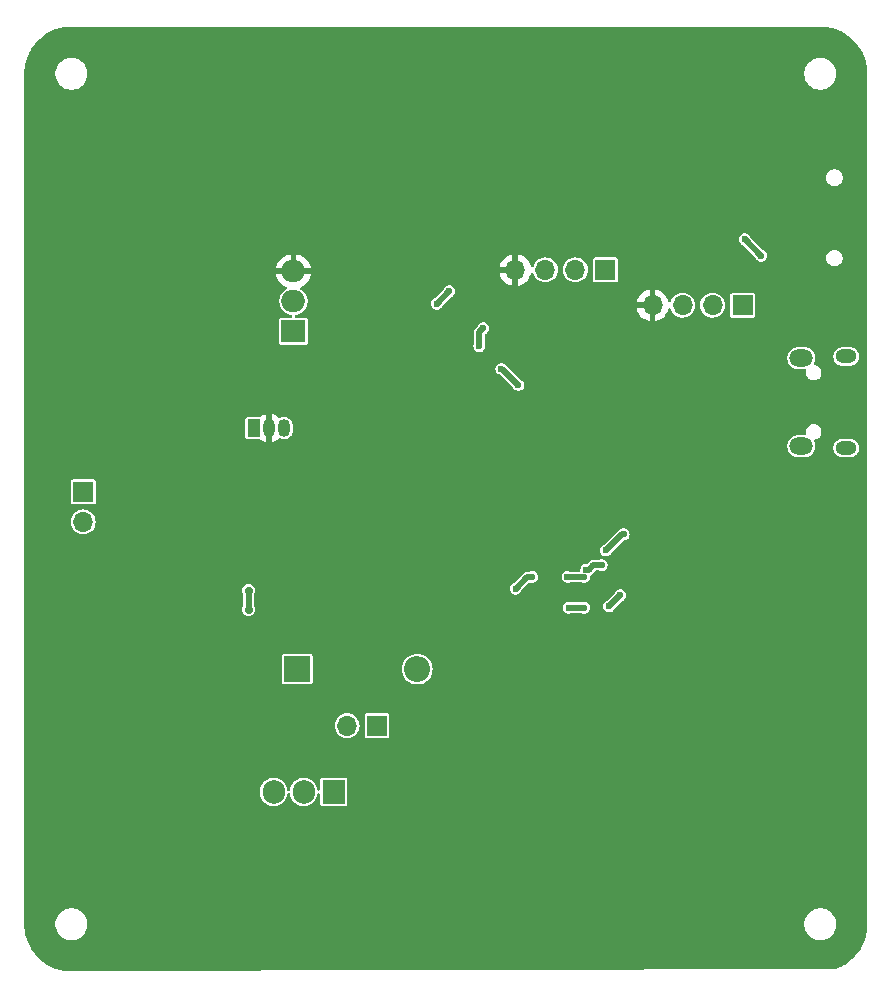
<source format=gbr>
%TF.GenerationSoftware,KiCad,Pcbnew,8.0.8*%
%TF.CreationDate,2025-03-25T11:50:14+11:00*%
%TF.ProjectId,STM32BMS,53544d33-3242-44d5-932e-6b696361645f,rev?*%
%TF.SameCoordinates,Original*%
%TF.FileFunction,Copper,L2,Bot*%
%TF.FilePolarity,Positive*%
%FSLAX46Y46*%
G04 Gerber Fmt 4.6, Leading zero omitted, Abs format (unit mm)*
G04 Created by KiCad (PCBNEW 8.0.8) date 2025-03-25 11:50:14*
%MOMM*%
%LPD*%
G01*
G04 APERTURE LIST*
%TA.AperFunction,ComponentPad*%
%ADD10R,1.700000X1.700000*%
%TD*%
%TA.AperFunction,ComponentPad*%
%ADD11O,1.700000X1.700000*%
%TD*%
%TA.AperFunction,ComponentPad*%
%ADD12R,2.200000X2.200000*%
%TD*%
%TA.AperFunction,ComponentPad*%
%ADD13O,2.200000X2.200000*%
%TD*%
%TA.AperFunction,ComponentPad*%
%ADD14R,1.050000X1.500000*%
%TD*%
%TA.AperFunction,ComponentPad*%
%ADD15O,1.050000X1.500000*%
%TD*%
%TA.AperFunction,HeatsinkPad*%
%ADD16O,1.800000X1.150000*%
%TD*%
%TA.AperFunction,HeatsinkPad*%
%ADD17O,2.000000X1.450000*%
%TD*%
%TA.AperFunction,ComponentPad*%
%ADD18R,1.905000X2.000000*%
%TD*%
%TA.AperFunction,ComponentPad*%
%ADD19O,1.905000X2.000000*%
%TD*%
%TA.AperFunction,ComponentPad*%
%ADD20R,2.000000X1.905000*%
%TD*%
%TA.AperFunction,ComponentPad*%
%ADD21O,2.000000X1.905000*%
%TD*%
%TA.AperFunction,ViaPad*%
%ADD22C,0.600000*%
%TD*%
%TA.AperFunction,ViaPad*%
%ADD23C,0.700000*%
%TD*%
%TA.AperFunction,Conductor*%
%ADD24C,0.500000*%
%TD*%
G04 APERTURE END LIST*
D10*
%TO.P,BT1,1,1*%
%TO.N,Net-(Q1-D)*%
X94800000Y-111200000D03*
D11*
%TO.P,BT1,2,2*%
%TO.N,Net-(BT1-Pad2)*%
X94800000Y-113740000D03*
%TD*%
D12*
%TO.P,D2,1,K*%
%TO.N,Net-(D2-K)*%
X112920000Y-126200000D03*
D13*
%TO.P,D2,2,A*%
%TO.N,VBUS*%
X123080000Y-126200000D03*
%TD*%
D14*
%TO.P,U4,1,VCC*%
%TO.N,+3.3V*%
X109260000Y-105800000D03*
D15*
%TO.P,U4,2,GND*%
%TO.N,GND*%
X110530000Y-105800000D03*
%TO.P,U4,3,OUT*%
%TO.N,Net-(U4-OUT)*%
X111800000Y-105800000D03*
%TD*%
D16*
%TO.P,J1,6,Shield*%
%TO.N,unconnected-(J1-Shield-Pad6)_1*%
X159395000Y-107480000D03*
D17*
%TO.N,unconnected-(J1-Shield-Pad6)_3*%
X155595000Y-107330000D03*
%TO.N,unconnected-(J1-Shield-Pad6)_2*%
X155595000Y-99880000D03*
D16*
%TO.N,unconnected-(J1-Shield-Pad6)*%
X159395000Y-99730000D03*
%TD*%
D18*
%TO.P,Q3,1,G*%
%TO.N,Net-(Q3-G)*%
X116000000Y-136600000D03*
D19*
%TO.P,Q3,2,D*%
%TO.N,Net-(J4-Pin_2)*%
X113460000Y-136600000D03*
%TO.P,Q3,3,S*%
%TO.N,Net-(Q1-D)*%
X110920000Y-136600000D03*
%TD*%
D20*
%TO.P,Q1,1,G*%
%TO.N,Net-(Q1-G)*%
X112600000Y-97600000D03*
D21*
%TO.P,Q1,2,D*%
%TO.N,Net-(Q1-D)*%
X112600000Y-95060000D03*
%TO.P,Q1,3,S*%
%TO.N,GND*%
X112600000Y-92520000D03*
%TD*%
D10*
%TO.P,J4,1,Pin_1*%
%TO.N,Net-(D2-K)*%
X119675000Y-131000000D03*
D11*
%TO.P,J4,2,Pin_2*%
%TO.N,Net-(J4-Pin_2)*%
X117135000Y-131000000D03*
%TD*%
D10*
%TO.P,J2,1,Pin_1*%
%TO.N,+3.3V*%
X150620000Y-95400000D03*
D11*
%TO.P,J2,2,Pin_2*%
%TO.N,/SWDIO*%
X148080000Y-95400000D03*
%TO.P,J2,3,Pin_3*%
%TO.N,/SWCLK*%
X145540000Y-95400000D03*
%TO.P,J2,4,Pin_4*%
%TO.N,GND*%
X143000000Y-95400000D03*
%TD*%
D10*
%TO.P,J3,1,Pin_1*%
%TO.N,VBUS*%
X139000000Y-92400000D03*
D11*
%TO.P,J3,2,Pin_2*%
%TO.N,/I2C_SCL*%
X136460000Y-92400000D03*
%TO.P,J3,3,Pin_3*%
%TO.N,/I2C_SDA*%
X133920000Y-92400000D03*
%TO.P,J3,4,Pin_4*%
%TO.N,GND*%
X131380000Y-92400000D03*
%TD*%
D22*
%TO.N,GND*%
X116400000Y-123000000D03*
X149000000Y-108000000D03*
X126000000Y-111400000D03*
X127000000Y-99200000D03*
X118000000Y-105200000D03*
X132539339Y-110352229D03*
X157400000Y-110200000D03*
X156600000Y-102400000D03*
X148600000Y-112600000D03*
X155200000Y-84000000D03*
X153800000Y-112800000D03*
X139000000Y-110400000D03*
X144200000Y-102800000D03*
X112600000Y-90800000D03*
X124600000Y-104200000D03*
X133200000Y-97000000D03*
X123000000Y-101200000D03*
X149400000Y-113000000D03*
X151600000Y-123000000D03*
X149000000Y-108800000D03*
X113000000Y-109400000D03*
%TO.N,+3.3V*%
X124735070Y-95264930D03*
X137200000Y-121000000D03*
X152200000Y-91200000D03*
X135900000Y-121000000D03*
X140249620Y-119950380D03*
X150800000Y-89800000D03*
X139330380Y-120869620D03*
X125800000Y-94200000D03*
%TO.N,VBUS*%
X131650994Y-102154974D03*
X128654310Y-97345690D03*
X140550000Y-114800000D03*
X131400000Y-119400000D03*
X138700000Y-117400000D03*
X137400000Y-117800000D03*
X137200000Y-118400000D03*
X128335070Y-98864930D03*
X132800000Y-118400000D03*
X135800000Y-118400000D03*
X139050000Y-116162829D03*
X130200000Y-100800000D03*
D23*
%TO.N,Net-(Q1-D)*%
X108800000Y-121165000D03*
X108800000Y-119565000D03*
%TD*%
D24*
%TO.N,+3.3V*%
X140249620Y-119950380D02*
X139330380Y-120869620D01*
X152200000Y-91200000D02*
X150800000Y-89800000D01*
X137200000Y-121000000D02*
X136000000Y-121000000D01*
X125800000Y-94200000D02*
X124735070Y-95264930D01*
X136000000Y-121000000D02*
X135900000Y-121000000D01*
%TO.N,VBUS*%
X128335070Y-97664930D02*
X128654310Y-97345690D01*
X128335070Y-98864930D02*
X128335070Y-97664930D01*
X138700000Y-117400000D02*
X138000000Y-117400000D01*
X138000000Y-117400000D02*
X137600000Y-117800000D01*
X140412829Y-114800000D02*
X139050000Y-116162829D01*
X132400000Y-118400000D02*
X131400000Y-119400000D01*
X137200000Y-118400000D02*
X135800000Y-118400000D01*
X140550000Y-114800000D02*
X140412829Y-114800000D01*
X132800000Y-118400000D02*
X132400000Y-118400000D01*
X130296020Y-100800000D02*
X130200000Y-100800000D01*
X137600000Y-117800000D02*
X137400000Y-117800000D01*
X131650994Y-102154974D02*
X130296020Y-100800000D01*
%TO.N,Net-(Q1-D)*%
X108800000Y-119565000D02*
X108800000Y-121165000D01*
%TD*%
%TA.AperFunction,Conductor*%
%TO.N,GND*%
G36*
X157200733Y-71800008D02*
G01*
X157391077Y-71802343D01*
X157401681Y-71802930D01*
X157781224Y-71840312D01*
X157793249Y-71842096D01*
X158166527Y-71916345D01*
X158178329Y-71919301D01*
X158542544Y-72029785D01*
X158554002Y-72033885D01*
X158905627Y-72179532D01*
X158916626Y-72184734D01*
X159252282Y-72364147D01*
X159262713Y-72370399D01*
X159579169Y-72581849D01*
X159588942Y-72589097D01*
X159883148Y-72830544D01*
X159892165Y-72838717D01*
X160161282Y-73107834D01*
X160169455Y-73116851D01*
X160410902Y-73411057D01*
X160418150Y-73420830D01*
X160629600Y-73737286D01*
X160635856Y-73747724D01*
X160815264Y-74083372D01*
X160820467Y-74094372D01*
X160966114Y-74445997D01*
X160970214Y-74457455D01*
X161080698Y-74821670D01*
X161083654Y-74833474D01*
X161157902Y-75206744D01*
X161159688Y-75218781D01*
X161197068Y-75598304D01*
X161197656Y-75608937D01*
X161199991Y-75799266D01*
X161200000Y-75800787D01*
X161200000Y-147799212D01*
X161199991Y-147800733D01*
X161197656Y-147991062D01*
X161197068Y-148001695D01*
X161159688Y-148381218D01*
X161157902Y-148393255D01*
X161083654Y-148766525D01*
X161080698Y-148778329D01*
X160970214Y-149142544D01*
X160966114Y-149154002D01*
X160820467Y-149505627D01*
X160815264Y-149516627D01*
X160635856Y-149852275D01*
X160629600Y-149862713D01*
X160418150Y-150179169D01*
X160410902Y-150188942D01*
X160169455Y-150483148D01*
X160161282Y-150492165D01*
X159892165Y-150761282D01*
X159883148Y-150769455D01*
X159588942Y-151010902D01*
X159579169Y-151018150D01*
X159262713Y-151229600D01*
X159252275Y-151235856D01*
X158916627Y-151415264D01*
X158905627Y-151420467D01*
X158554003Y-151566114D01*
X158542545Y-151570214D01*
X158436105Y-151602502D01*
X158400457Y-151607841D01*
X93528470Y-151789555D01*
X93515969Y-151788958D01*
X93218781Y-151759688D01*
X93206744Y-151757902D01*
X92833474Y-151683654D01*
X92821670Y-151680698D01*
X92457455Y-151570214D01*
X92445997Y-151566114D01*
X92094372Y-151420467D01*
X92083372Y-151415264D01*
X91747724Y-151235856D01*
X91737286Y-151229600D01*
X91420830Y-151018150D01*
X91411057Y-151010902D01*
X91116851Y-150769455D01*
X91107834Y-150761282D01*
X90838717Y-150492165D01*
X90830544Y-150483148D01*
X90589097Y-150188942D01*
X90581849Y-150179169D01*
X90370399Y-149862713D01*
X90364143Y-149852275D01*
X90184735Y-149516627D01*
X90179532Y-149505627D01*
X90033885Y-149154002D01*
X90029785Y-149142544D01*
X89919301Y-148778329D01*
X89916345Y-148766525D01*
X89899092Y-148679786D01*
X89842096Y-148393249D01*
X89840311Y-148381218D01*
X89802930Y-148001681D01*
X89802343Y-147991075D01*
X89800009Y-147800732D01*
X89800000Y-147799212D01*
X89800000Y-147693713D01*
X92449500Y-147693713D01*
X92449500Y-147906286D01*
X92482753Y-148116239D01*
X92548444Y-148318414D01*
X92644951Y-148507820D01*
X92769890Y-148679786D01*
X92920213Y-148830109D01*
X93092179Y-148955048D01*
X93092181Y-148955049D01*
X93092184Y-148955051D01*
X93281588Y-149051557D01*
X93483757Y-149117246D01*
X93693713Y-149150500D01*
X93693714Y-149150500D01*
X93906286Y-149150500D01*
X93906287Y-149150500D01*
X94116243Y-149117246D01*
X94318412Y-149051557D01*
X94507816Y-148955051D01*
X94529789Y-148939086D01*
X94679786Y-148830109D01*
X94679788Y-148830106D01*
X94679792Y-148830104D01*
X94830104Y-148679792D01*
X94830106Y-148679788D01*
X94830109Y-148679786D01*
X94955048Y-148507820D01*
X94955047Y-148507820D01*
X94955051Y-148507816D01*
X95051557Y-148318412D01*
X95117246Y-148116243D01*
X95150500Y-147906287D01*
X95150500Y-147693713D01*
X155849500Y-147693713D01*
X155849500Y-147906286D01*
X155882753Y-148116239D01*
X155948444Y-148318414D01*
X156044951Y-148507820D01*
X156169890Y-148679786D01*
X156320213Y-148830109D01*
X156492179Y-148955048D01*
X156492181Y-148955049D01*
X156492184Y-148955051D01*
X156681588Y-149051557D01*
X156883757Y-149117246D01*
X157093713Y-149150500D01*
X157093714Y-149150500D01*
X157306286Y-149150500D01*
X157306287Y-149150500D01*
X157516243Y-149117246D01*
X157718412Y-149051557D01*
X157907816Y-148955051D01*
X157929789Y-148939086D01*
X158079786Y-148830109D01*
X158079788Y-148830106D01*
X158079792Y-148830104D01*
X158230104Y-148679792D01*
X158230106Y-148679788D01*
X158230109Y-148679786D01*
X158355048Y-148507820D01*
X158355047Y-148507820D01*
X158355051Y-148507816D01*
X158451557Y-148318412D01*
X158517246Y-148116243D01*
X158550500Y-147906287D01*
X158550500Y-147693713D01*
X158517246Y-147483757D01*
X158451557Y-147281588D01*
X158355051Y-147092184D01*
X158355049Y-147092181D01*
X158355048Y-147092179D01*
X158230109Y-146920213D01*
X158079786Y-146769890D01*
X157907820Y-146644951D01*
X157718414Y-146548444D01*
X157718413Y-146548443D01*
X157718412Y-146548443D01*
X157516243Y-146482754D01*
X157516241Y-146482753D01*
X157516240Y-146482753D01*
X157354957Y-146457208D01*
X157306287Y-146449500D01*
X157093713Y-146449500D01*
X157045042Y-146457208D01*
X156883760Y-146482753D01*
X156681585Y-146548444D01*
X156492179Y-146644951D01*
X156320213Y-146769890D01*
X156169890Y-146920213D01*
X156044951Y-147092179D01*
X155948444Y-147281585D01*
X155882753Y-147483760D01*
X155849500Y-147693713D01*
X95150500Y-147693713D01*
X95117246Y-147483757D01*
X95051557Y-147281588D01*
X94955051Y-147092184D01*
X94955049Y-147092181D01*
X94955048Y-147092179D01*
X94830109Y-146920213D01*
X94679786Y-146769890D01*
X94507820Y-146644951D01*
X94318414Y-146548444D01*
X94318413Y-146548443D01*
X94318412Y-146548443D01*
X94116243Y-146482754D01*
X94116241Y-146482753D01*
X94116240Y-146482753D01*
X93954957Y-146457208D01*
X93906287Y-146449500D01*
X93693713Y-146449500D01*
X93645042Y-146457208D01*
X93483760Y-146482753D01*
X93281585Y-146548444D01*
X93092179Y-146644951D01*
X92920213Y-146769890D01*
X92769890Y-146920213D01*
X92644951Y-147092179D01*
X92548444Y-147281585D01*
X92482753Y-147483760D01*
X92449500Y-147693713D01*
X89800000Y-147693713D01*
X89800000Y-136461757D01*
X109767000Y-136461757D01*
X109767000Y-136738242D01*
X109795391Y-136917496D01*
X109795391Y-136917499D01*
X109851471Y-137090095D01*
X109851473Y-137090098D01*
X109933866Y-137251804D01*
X110040541Y-137398629D01*
X110168871Y-137526959D01*
X110315696Y-137633634D01*
X110403219Y-137678229D01*
X110477404Y-137716028D01*
X110650001Y-137772108D01*
X110650002Y-137772108D01*
X110650005Y-137772109D01*
X110829257Y-137800500D01*
X110829258Y-137800500D01*
X111010742Y-137800500D01*
X111010743Y-137800500D01*
X111189995Y-137772109D01*
X111189998Y-137772108D01*
X111189999Y-137772108D01*
X111362595Y-137716028D01*
X111362595Y-137716027D01*
X111362598Y-137716027D01*
X111524304Y-137633634D01*
X111671129Y-137526959D01*
X111799459Y-137398629D01*
X111906134Y-137251804D01*
X111988527Y-137090098D01*
X112044609Y-136917495D01*
X112067527Y-136772796D01*
X112097456Y-136709662D01*
X112156768Y-136672731D01*
X112226630Y-136673729D01*
X112284863Y-136712339D01*
X112312473Y-136772797D01*
X112335391Y-136917496D01*
X112335391Y-136917499D01*
X112391471Y-137090095D01*
X112391473Y-137090098D01*
X112473866Y-137251804D01*
X112580541Y-137398629D01*
X112708871Y-137526959D01*
X112855696Y-137633634D01*
X112943219Y-137678229D01*
X113017404Y-137716028D01*
X113190001Y-137772108D01*
X113190002Y-137772108D01*
X113190005Y-137772109D01*
X113369257Y-137800500D01*
X113369258Y-137800500D01*
X113550742Y-137800500D01*
X113550743Y-137800500D01*
X113729995Y-137772109D01*
X113729998Y-137772108D01*
X113729999Y-137772108D01*
X113902595Y-137716028D01*
X113902595Y-137716027D01*
X113902598Y-137716027D01*
X114064304Y-137633634D01*
X114211129Y-137526959D01*
X114339459Y-137398629D01*
X114446134Y-137251804D01*
X114528527Y-137090098D01*
X114584609Y-136917495D01*
X114600527Y-136816992D01*
X114630456Y-136753858D01*
X114689768Y-136716927D01*
X114759630Y-136717925D01*
X114817863Y-136756535D01*
X114845977Y-136820498D01*
X114847000Y-136836391D01*
X114847000Y-137619752D01*
X114858631Y-137678229D01*
X114858632Y-137678230D01*
X114902947Y-137744552D01*
X114969269Y-137788867D01*
X114969270Y-137788868D01*
X115027747Y-137800499D01*
X115027750Y-137800500D01*
X115027752Y-137800500D01*
X116972250Y-137800500D01*
X116972251Y-137800499D01*
X116987068Y-137797552D01*
X117030729Y-137788868D01*
X117030729Y-137788867D01*
X117030731Y-137788867D01*
X117097052Y-137744552D01*
X117141367Y-137678231D01*
X117141367Y-137678229D01*
X117141368Y-137678229D01*
X117152999Y-137619752D01*
X117153000Y-137619750D01*
X117153000Y-135580249D01*
X117152999Y-135580247D01*
X117141368Y-135521770D01*
X117141367Y-135521769D01*
X117097052Y-135455447D01*
X117030730Y-135411132D01*
X117030729Y-135411131D01*
X116972252Y-135399500D01*
X116972248Y-135399500D01*
X115027752Y-135399500D01*
X115027747Y-135399500D01*
X114969270Y-135411131D01*
X114969269Y-135411132D01*
X114902947Y-135455447D01*
X114858632Y-135521769D01*
X114858631Y-135521770D01*
X114847000Y-135580247D01*
X114847000Y-136363608D01*
X114827315Y-136430647D01*
X114774511Y-136476402D01*
X114705353Y-136486346D01*
X114641797Y-136457321D01*
X114604023Y-136398543D01*
X114600527Y-136383006D01*
X114599387Y-136375810D01*
X114584609Y-136282505D01*
X114584608Y-136282501D01*
X114584608Y-136282500D01*
X114528528Y-136109904D01*
X114446133Y-135948195D01*
X114339459Y-135801371D01*
X114211129Y-135673041D01*
X114064304Y-135566366D01*
X113902595Y-135483971D01*
X113729998Y-135427891D01*
X113595556Y-135406597D01*
X113550743Y-135399500D01*
X113369257Y-135399500D01*
X113309506Y-135408963D01*
X113190003Y-135427891D01*
X113190000Y-135427891D01*
X113017404Y-135483971D01*
X112855695Y-135566366D01*
X112771926Y-135627228D01*
X112708871Y-135673041D01*
X112708869Y-135673043D01*
X112708868Y-135673043D01*
X112580543Y-135801368D01*
X112580543Y-135801369D01*
X112580541Y-135801371D01*
X112534728Y-135864426D01*
X112473866Y-135948195D01*
X112391471Y-136109904D01*
X112335391Y-136282500D01*
X112335391Y-136282503D01*
X112312473Y-136427202D01*
X112282544Y-136490337D01*
X112223232Y-136527268D01*
X112153370Y-136526270D01*
X112095137Y-136487660D01*
X112067527Y-136427202D01*
X112060527Y-136383006D01*
X112044609Y-136282505D01*
X112044608Y-136282501D01*
X112044608Y-136282500D01*
X111988528Y-136109904D01*
X111906133Y-135948195D01*
X111799459Y-135801371D01*
X111671129Y-135673041D01*
X111524304Y-135566366D01*
X111362595Y-135483971D01*
X111189998Y-135427891D01*
X111055556Y-135406597D01*
X111010743Y-135399500D01*
X110829257Y-135399500D01*
X110769506Y-135408963D01*
X110650003Y-135427891D01*
X110650000Y-135427891D01*
X110477404Y-135483971D01*
X110315695Y-135566366D01*
X110231926Y-135627228D01*
X110168871Y-135673041D01*
X110168869Y-135673043D01*
X110168868Y-135673043D01*
X110040543Y-135801368D01*
X110040543Y-135801369D01*
X110040541Y-135801371D01*
X109994728Y-135864426D01*
X109933866Y-135948195D01*
X109851471Y-136109904D01*
X109795391Y-136282500D01*
X109795391Y-136282503D01*
X109767000Y-136461757D01*
X89800000Y-136461757D01*
X89800000Y-131000000D01*
X116079417Y-131000000D01*
X116099699Y-131205932D01*
X116099700Y-131205934D01*
X116159768Y-131403954D01*
X116257315Y-131586450D01*
X116257317Y-131586452D01*
X116388589Y-131746410D01*
X116485209Y-131825702D01*
X116548550Y-131877685D01*
X116731046Y-131975232D01*
X116929066Y-132035300D01*
X116929065Y-132035300D01*
X116947529Y-132037118D01*
X117135000Y-132055583D01*
X117340934Y-132035300D01*
X117538954Y-131975232D01*
X117721450Y-131877685D01*
X117881410Y-131746410D01*
X118012685Y-131586450D01*
X118110232Y-131403954D01*
X118170300Y-131205934D01*
X118190583Y-131000000D01*
X118170300Y-130794066D01*
X118110232Y-130596046D01*
X118012685Y-130413550D01*
X117960702Y-130350209D01*
X117881410Y-130253589D01*
X117731121Y-130130252D01*
X117731115Y-130130247D01*
X118624500Y-130130247D01*
X118624500Y-131869752D01*
X118636131Y-131928229D01*
X118636132Y-131928230D01*
X118680447Y-131994552D01*
X118746769Y-132038867D01*
X118746770Y-132038868D01*
X118805247Y-132050499D01*
X118805250Y-132050500D01*
X118805252Y-132050500D01*
X120544750Y-132050500D01*
X120544751Y-132050499D01*
X120559568Y-132047552D01*
X120603229Y-132038868D01*
X120603229Y-132038867D01*
X120603231Y-132038867D01*
X120669552Y-131994552D01*
X120713867Y-131928231D01*
X120713867Y-131928229D01*
X120713868Y-131928229D01*
X120725499Y-131869752D01*
X120725500Y-131869750D01*
X120725500Y-130130249D01*
X120725499Y-130130247D01*
X120713868Y-130071770D01*
X120713867Y-130071769D01*
X120669552Y-130005447D01*
X120603230Y-129961132D01*
X120603229Y-129961131D01*
X120544752Y-129949500D01*
X120544748Y-129949500D01*
X118805252Y-129949500D01*
X118805247Y-129949500D01*
X118746770Y-129961131D01*
X118746769Y-129961132D01*
X118680447Y-130005447D01*
X118636132Y-130071769D01*
X118636131Y-130071770D01*
X118624500Y-130130247D01*
X117731115Y-130130247D01*
X117721450Y-130122315D01*
X117538954Y-130024768D01*
X117340934Y-129964700D01*
X117340932Y-129964699D01*
X117340934Y-129964699D01*
X117135000Y-129944417D01*
X116929067Y-129964699D01*
X116731043Y-130024769D01*
X116643114Y-130071769D01*
X116548550Y-130122315D01*
X116548548Y-130122316D01*
X116548547Y-130122317D01*
X116388589Y-130253589D01*
X116257317Y-130413547D01*
X116159769Y-130596043D01*
X116099699Y-130794067D01*
X116079417Y-131000000D01*
X89800000Y-131000000D01*
X89800000Y-125080247D01*
X111619500Y-125080247D01*
X111619500Y-127319752D01*
X111631131Y-127378229D01*
X111631132Y-127378230D01*
X111675447Y-127444552D01*
X111741769Y-127488867D01*
X111741770Y-127488868D01*
X111800247Y-127500499D01*
X111800250Y-127500500D01*
X111800252Y-127500500D01*
X114039750Y-127500500D01*
X114039751Y-127500499D01*
X114054568Y-127497552D01*
X114098229Y-127488868D01*
X114098229Y-127488867D01*
X114098231Y-127488867D01*
X114164552Y-127444552D01*
X114208867Y-127378231D01*
X114208867Y-127378229D01*
X114208868Y-127378229D01*
X114220499Y-127319752D01*
X114220500Y-127319750D01*
X114220500Y-126199998D01*
X121774532Y-126199998D01*
X121774532Y-126200001D01*
X121794364Y-126426686D01*
X121794366Y-126426697D01*
X121853258Y-126646488D01*
X121853261Y-126646497D01*
X121949431Y-126852732D01*
X121949432Y-126852734D01*
X122079954Y-127039141D01*
X122240858Y-127200045D01*
X122240861Y-127200047D01*
X122427266Y-127330568D01*
X122633504Y-127426739D01*
X122853308Y-127485635D01*
X123015230Y-127499801D01*
X123079998Y-127505468D01*
X123080000Y-127505468D01*
X123080002Y-127505468D01*
X123136796Y-127500499D01*
X123306692Y-127485635D01*
X123526496Y-127426739D01*
X123732734Y-127330568D01*
X123919139Y-127200047D01*
X124080047Y-127039139D01*
X124210568Y-126852734D01*
X124306739Y-126646496D01*
X124365635Y-126426692D01*
X124385468Y-126200000D01*
X124365635Y-125973308D01*
X124306739Y-125753504D01*
X124210568Y-125547266D01*
X124080047Y-125360861D01*
X124080045Y-125360858D01*
X123919141Y-125199954D01*
X123732734Y-125069432D01*
X123732732Y-125069431D01*
X123526497Y-124973261D01*
X123526488Y-124973258D01*
X123306697Y-124914366D01*
X123306693Y-124914365D01*
X123306692Y-124914365D01*
X123306691Y-124914364D01*
X123306686Y-124914364D01*
X123080002Y-124894532D01*
X123079998Y-124894532D01*
X122853313Y-124914364D01*
X122853302Y-124914366D01*
X122633511Y-124973258D01*
X122633502Y-124973261D01*
X122427267Y-125069431D01*
X122427265Y-125069432D01*
X122240858Y-125199954D01*
X122079954Y-125360858D01*
X121949432Y-125547265D01*
X121949431Y-125547267D01*
X121853261Y-125753502D01*
X121853258Y-125753511D01*
X121794366Y-125973302D01*
X121794364Y-125973313D01*
X121774532Y-126199998D01*
X114220500Y-126199998D01*
X114220500Y-125080249D01*
X114220499Y-125080247D01*
X114208868Y-125021770D01*
X114208867Y-125021769D01*
X114164552Y-124955447D01*
X114098230Y-124911132D01*
X114098229Y-124911131D01*
X114039752Y-124899500D01*
X114039748Y-124899500D01*
X111800252Y-124899500D01*
X111800247Y-124899500D01*
X111741770Y-124911131D01*
X111741769Y-124911132D01*
X111675447Y-124955447D01*
X111631132Y-125021769D01*
X111631131Y-125021770D01*
X111619500Y-125080247D01*
X89800000Y-125080247D01*
X89800000Y-119565000D01*
X108244750Y-119565000D01*
X108259496Y-119677008D01*
X108263670Y-119708708D01*
X108263671Y-119708712D01*
X108319137Y-119842622D01*
X108319138Y-119842624D01*
X108319139Y-119842625D01*
X108323875Y-119848798D01*
X108349070Y-119913965D01*
X108349500Y-119924284D01*
X108349500Y-120805715D01*
X108329815Y-120872754D01*
X108323877Y-120881200D01*
X108319138Y-120887375D01*
X108263671Y-121021287D01*
X108263670Y-121021291D01*
X108244750Y-121164999D01*
X108244750Y-121165000D01*
X108263670Y-121308708D01*
X108263671Y-121308712D01*
X108319137Y-121442622D01*
X108319138Y-121442624D01*
X108319139Y-121442625D01*
X108407379Y-121557621D01*
X108522375Y-121645861D01*
X108656291Y-121701330D01*
X108783280Y-121718048D01*
X108799999Y-121720250D01*
X108800000Y-121720250D01*
X108800001Y-121720250D01*
X108814977Y-121718278D01*
X108943709Y-121701330D01*
X109077625Y-121645861D01*
X109192621Y-121557621D01*
X109280861Y-121442625D01*
X109336330Y-121308709D01*
X109355250Y-121165000D01*
X109336330Y-121021291D01*
X109327511Y-121000000D01*
X135394353Y-121000000D01*
X135414834Y-121142456D01*
X135425130Y-121165000D01*
X135474623Y-121273373D01*
X135568872Y-121382143D01*
X135689947Y-121459953D01*
X135689950Y-121459954D01*
X135689949Y-121459954D01*
X135828036Y-121500499D01*
X135828038Y-121500500D01*
X135828039Y-121500500D01*
X135971962Y-121500500D01*
X135971962Y-121500499D01*
X136024797Y-121484985D01*
X136118563Y-121457455D01*
X136118995Y-121458926D01*
X136157727Y-121450500D01*
X136942273Y-121450500D01*
X136981004Y-121458926D01*
X136981437Y-121457455D01*
X137128036Y-121500499D01*
X137128038Y-121500500D01*
X137128039Y-121500500D01*
X137271962Y-121500500D01*
X137271962Y-121500499D01*
X137410053Y-121459953D01*
X137531128Y-121382143D01*
X137625377Y-121273373D01*
X137685165Y-121142457D01*
X137705647Y-121000000D01*
X137686901Y-120869620D01*
X138824733Y-120869620D01*
X138845214Y-121012076D01*
X138904758Y-121142456D01*
X138905003Y-121142993D01*
X138999252Y-121251763D01*
X139120327Y-121329573D01*
X139120330Y-121329574D01*
X139120329Y-121329574D01*
X139258416Y-121370119D01*
X139258418Y-121370120D01*
X139258419Y-121370120D01*
X139402342Y-121370120D01*
X139402342Y-121370119D01*
X139540433Y-121329573D01*
X139661508Y-121251763D01*
X139755757Y-121142993D01*
X139798284Y-121049870D01*
X139823391Y-121013710D01*
X140390715Y-120446387D01*
X140443464Y-120415092D01*
X140459673Y-120410333D01*
X140460710Y-120409667D01*
X140580743Y-120332526D01*
X140580742Y-120332526D01*
X140580748Y-120332523D01*
X140674997Y-120223753D01*
X140734785Y-120092837D01*
X140755267Y-119950380D01*
X140734785Y-119807923D01*
X140674997Y-119677007D01*
X140580748Y-119568237D01*
X140459673Y-119490427D01*
X140459671Y-119490426D01*
X140459669Y-119490425D01*
X140459670Y-119490425D01*
X140321583Y-119449880D01*
X140321581Y-119449880D01*
X140177659Y-119449880D01*
X140177656Y-119449880D01*
X140039569Y-119490425D01*
X139918493Y-119568236D01*
X139824243Y-119677006D01*
X139781718Y-119770122D01*
X139756605Y-119806290D01*
X139189285Y-120373610D01*
X139136543Y-120404905D01*
X139120329Y-120409666D01*
X139120325Y-120409668D01*
X138999253Y-120487476D01*
X138905003Y-120596246D01*
X138905002Y-120596248D01*
X138845214Y-120727163D01*
X138824733Y-120869620D01*
X137686901Y-120869620D01*
X137685165Y-120857543D01*
X137625377Y-120726627D01*
X137531128Y-120617857D01*
X137410053Y-120540047D01*
X137410051Y-120540046D01*
X137410049Y-120540045D01*
X137410050Y-120540045D01*
X137271963Y-120499500D01*
X137271961Y-120499500D01*
X137128039Y-120499500D01*
X137128036Y-120499500D01*
X136981437Y-120542545D01*
X136981004Y-120541073D01*
X136942273Y-120549500D01*
X136157727Y-120549500D01*
X136118995Y-120541073D01*
X136118563Y-120542545D01*
X135971963Y-120499500D01*
X135971961Y-120499500D01*
X135828039Y-120499500D01*
X135828036Y-120499500D01*
X135689949Y-120540045D01*
X135568873Y-120617856D01*
X135474623Y-120726626D01*
X135474622Y-120726628D01*
X135414834Y-120857543D01*
X135394353Y-121000000D01*
X109327511Y-121000000D01*
X109280861Y-120887375D01*
X109276123Y-120881200D01*
X109250930Y-120816031D01*
X109250500Y-120805715D01*
X109250500Y-119924284D01*
X109270185Y-119857245D01*
X109276116Y-119848808D01*
X109280861Y-119842625D01*
X109336330Y-119708709D01*
X109355250Y-119565000D01*
X109354579Y-119559907D01*
X109345432Y-119490427D01*
X109336330Y-119421291D01*
X109327511Y-119400000D01*
X130894353Y-119400000D01*
X130914834Y-119542456D01*
X130974622Y-119673371D01*
X130974623Y-119673373D01*
X131068872Y-119782143D01*
X131189947Y-119859953D01*
X131189950Y-119859954D01*
X131189949Y-119859954D01*
X131328036Y-119900499D01*
X131328038Y-119900500D01*
X131328039Y-119900500D01*
X131471962Y-119900500D01*
X131471962Y-119900499D01*
X131610053Y-119859953D01*
X131731128Y-119782143D01*
X131825377Y-119673373D01*
X131867904Y-119580250D01*
X131893011Y-119544090D01*
X132528032Y-118909069D01*
X132589353Y-118875586D01*
X132650643Y-118877774D01*
X132728039Y-118900500D01*
X132871962Y-118900500D01*
X132871962Y-118900499D01*
X133010053Y-118859953D01*
X133131128Y-118782143D01*
X133225377Y-118673373D01*
X133285165Y-118542457D01*
X133305647Y-118400000D01*
X135294353Y-118400000D01*
X135314834Y-118542456D01*
X135374622Y-118673371D01*
X135374623Y-118673373D01*
X135468872Y-118782143D01*
X135589947Y-118859953D01*
X135589950Y-118859954D01*
X135589949Y-118859954D01*
X135728036Y-118900499D01*
X135728038Y-118900500D01*
X135728039Y-118900500D01*
X135871962Y-118900500D01*
X135871962Y-118900499D01*
X135924797Y-118884985D01*
X136018563Y-118857455D01*
X136018995Y-118858926D01*
X136057727Y-118850500D01*
X136942273Y-118850500D01*
X136981004Y-118858926D01*
X136981437Y-118857455D01*
X137128036Y-118900499D01*
X137128038Y-118900500D01*
X137128039Y-118900500D01*
X137271962Y-118900500D01*
X137271962Y-118900499D01*
X137410053Y-118859953D01*
X137531128Y-118782143D01*
X137625377Y-118673373D01*
X137685165Y-118542457D01*
X137705647Y-118400000D01*
X137698738Y-118351948D01*
X137708681Y-118282792D01*
X137754436Y-118229988D01*
X137773611Y-118219958D01*
X137773885Y-118219799D01*
X137773887Y-118219799D01*
X137876614Y-118160489D01*
X138150284Y-117886819D01*
X138211607Y-117853334D01*
X138237965Y-117850500D01*
X138442273Y-117850500D01*
X138481004Y-117858926D01*
X138481437Y-117857455D01*
X138581445Y-117886819D01*
X138624633Y-117899500D01*
X138628036Y-117900499D01*
X138628038Y-117900500D01*
X138628039Y-117900500D01*
X138771962Y-117900500D01*
X138771962Y-117900499D01*
X138910053Y-117859953D01*
X139031128Y-117782143D01*
X139125377Y-117673373D01*
X139185165Y-117542457D01*
X139205647Y-117400000D01*
X139185165Y-117257543D01*
X139125377Y-117126627D01*
X139031128Y-117017857D01*
X138910053Y-116940047D01*
X138910051Y-116940046D01*
X138910049Y-116940045D01*
X138910050Y-116940045D01*
X138771963Y-116899500D01*
X138771961Y-116899500D01*
X138628039Y-116899500D01*
X138628036Y-116899500D01*
X138481437Y-116942545D01*
X138481004Y-116941073D01*
X138442273Y-116949500D01*
X137940691Y-116949500D01*
X137826114Y-116980201D01*
X137826112Y-116980201D01*
X137826112Y-116980202D01*
X137801334Y-116994508D01*
X137801333Y-116994508D01*
X137723389Y-117039508D01*
X137723384Y-117039512D01*
X137499716Y-117263181D01*
X137438393Y-117296666D01*
X137412035Y-117299500D01*
X137328036Y-117299500D01*
X137189949Y-117340045D01*
X137068873Y-117417856D01*
X136974623Y-117526626D01*
X136974622Y-117526628D01*
X136914834Y-117657543D01*
X136894353Y-117800000D01*
X136894353Y-117800001D01*
X136895482Y-117807854D01*
X136885538Y-117877013D01*
X136839782Y-117929816D01*
X136772744Y-117949500D01*
X136057727Y-117949500D01*
X136018995Y-117941073D01*
X136018563Y-117942545D01*
X135871963Y-117899500D01*
X135871961Y-117899500D01*
X135728039Y-117899500D01*
X135728036Y-117899500D01*
X135589949Y-117940045D01*
X135468873Y-118017856D01*
X135374623Y-118126626D01*
X135374622Y-118126628D01*
X135314834Y-118257543D01*
X135294353Y-118400000D01*
X133305647Y-118400000D01*
X133285165Y-118257543D01*
X133225377Y-118126627D01*
X133131128Y-118017857D01*
X133010053Y-117940047D01*
X133010051Y-117940046D01*
X133010049Y-117940045D01*
X133010050Y-117940045D01*
X132871963Y-117899500D01*
X132871961Y-117899500D01*
X132728039Y-117899500D01*
X132728036Y-117899500D01*
X132581437Y-117942545D01*
X132581004Y-117941073D01*
X132542273Y-117949500D01*
X132340691Y-117949500D01*
X132271944Y-117967920D01*
X132226112Y-117980201D01*
X132226107Y-117980204D01*
X132123393Y-118039505D01*
X132123385Y-118039511D01*
X131258905Y-118903990D01*
X131206163Y-118935285D01*
X131189949Y-118940046D01*
X131189945Y-118940048D01*
X131068873Y-119017856D01*
X130974623Y-119126626D01*
X130974622Y-119126628D01*
X130914834Y-119257543D01*
X130894353Y-119400000D01*
X109327511Y-119400000D01*
X109280861Y-119287375D01*
X109192621Y-119172379D01*
X109077625Y-119084139D01*
X109077624Y-119084138D01*
X109077622Y-119084137D01*
X108943712Y-119028671D01*
X108943710Y-119028670D01*
X108943709Y-119028670D01*
X108861570Y-119017856D01*
X108800001Y-119009750D01*
X108799999Y-119009750D01*
X108656291Y-119028670D01*
X108656287Y-119028671D01*
X108522377Y-119084137D01*
X108407379Y-119172379D01*
X108319137Y-119287377D01*
X108263671Y-119421287D01*
X108263670Y-119421291D01*
X108245421Y-119559907D01*
X108244750Y-119565000D01*
X89800000Y-119565000D01*
X89800000Y-116162829D01*
X138544353Y-116162829D01*
X138564834Y-116305285D01*
X138624622Y-116436200D01*
X138624623Y-116436202D01*
X138718872Y-116544972D01*
X138839947Y-116622782D01*
X138839950Y-116622783D01*
X138839949Y-116622783D01*
X138978036Y-116663328D01*
X138978038Y-116663329D01*
X138978039Y-116663329D01*
X139121962Y-116663329D01*
X139121962Y-116663328D01*
X139260053Y-116622782D01*
X139381128Y-116544972D01*
X139475377Y-116436202D01*
X139517904Y-116343079D01*
X139543011Y-116306919D01*
X140513113Y-115336819D01*
X140574436Y-115303334D01*
X140600794Y-115300500D01*
X140621962Y-115300500D01*
X140621962Y-115300499D01*
X140760053Y-115259953D01*
X140881128Y-115182143D01*
X140975377Y-115073373D01*
X141035165Y-114942457D01*
X141055647Y-114800000D01*
X141035165Y-114657543D01*
X140975377Y-114526627D01*
X140881128Y-114417857D01*
X140760053Y-114340047D01*
X140760051Y-114340046D01*
X140760049Y-114340045D01*
X140760050Y-114340045D01*
X140621963Y-114299500D01*
X140621961Y-114299500D01*
X140478039Y-114299500D01*
X140478036Y-114299500D01*
X140339952Y-114340044D01*
X140339946Y-114340047D01*
X140321280Y-114352043D01*
X140286338Y-114367500D01*
X140263156Y-114373712D01*
X140238945Y-114380199D01*
X140238942Y-114380200D01*
X140136215Y-114439511D01*
X140136212Y-114439513D01*
X138908905Y-115666819D01*
X138856163Y-115698114D01*
X138839949Y-115702875D01*
X138839945Y-115702877D01*
X138718873Y-115780685D01*
X138624623Y-115889455D01*
X138624622Y-115889457D01*
X138564834Y-116020372D01*
X138544353Y-116162829D01*
X89800000Y-116162829D01*
X89800000Y-113740000D01*
X93744417Y-113740000D01*
X93764699Y-113945932D01*
X93764700Y-113945934D01*
X93824768Y-114143954D01*
X93922315Y-114326450D01*
X93922317Y-114326452D01*
X94053589Y-114486410D01*
X94102596Y-114526628D01*
X94213550Y-114617685D01*
X94396046Y-114715232D01*
X94594066Y-114775300D01*
X94594065Y-114775300D01*
X94612529Y-114777118D01*
X94800000Y-114795583D01*
X95005934Y-114775300D01*
X95203954Y-114715232D01*
X95386450Y-114617685D01*
X95546410Y-114486410D01*
X95677685Y-114326450D01*
X95775232Y-114143954D01*
X95835300Y-113945934D01*
X95855583Y-113740000D01*
X95835300Y-113534066D01*
X95775232Y-113336046D01*
X95677685Y-113153550D01*
X95625702Y-113090209D01*
X95546410Y-112993589D01*
X95386452Y-112862317D01*
X95386453Y-112862317D01*
X95386450Y-112862315D01*
X95203954Y-112764768D01*
X95005934Y-112704700D01*
X95005932Y-112704699D01*
X95005934Y-112704699D01*
X94800000Y-112684417D01*
X94594067Y-112704699D01*
X94396043Y-112764769D01*
X94285898Y-112823643D01*
X94213550Y-112862315D01*
X94213548Y-112862316D01*
X94213547Y-112862317D01*
X94053589Y-112993589D01*
X93922317Y-113153547D01*
X93824769Y-113336043D01*
X93764699Y-113534067D01*
X93744417Y-113740000D01*
X89800000Y-113740000D01*
X89800000Y-110330247D01*
X93749500Y-110330247D01*
X93749500Y-112069752D01*
X93761131Y-112128229D01*
X93761132Y-112128230D01*
X93805447Y-112194552D01*
X93871769Y-112238867D01*
X93871770Y-112238868D01*
X93930247Y-112250499D01*
X93930250Y-112250500D01*
X93930252Y-112250500D01*
X95669750Y-112250500D01*
X95669751Y-112250499D01*
X95684568Y-112247552D01*
X95728229Y-112238868D01*
X95728229Y-112238867D01*
X95728231Y-112238867D01*
X95794552Y-112194552D01*
X95838867Y-112128231D01*
X95838867Y-112128229D01*
X95838868Y-112128229D01*
X95850499Y-112069752D01*
X95850500Y-112069750D01*
X95850500Y-110330249D01*
X95850499Y-110330247D01*
X95838868Y-110271770D01*
X95838867Y-110271769D01*
X95794552Y-110205447D01*
X95728230Y-110161132D01*
X95728229Y-110161131D01*
X95669752Y-110149500D01*
X95669748Y-110149500D01*
X93930252Y-110149500D01*
X93930247Y-110149500D01*
X93871770Y-110161131D01*
X93871769Y-110161132D01*
X93805447Y-110205447D01*
X93761132Y-110271769D01*
X93761131Y-110271770D01*
X93749500Y-110330247D01*
X89800000Y-110330247D01*
X89800000Y-107421156D01*
X154394499Y-107421156D01*
X154430065Y-107599952D01*
X154430068Y-107599962D01*
X154499831Y-107768387D01*
X154499833Y-107768391D01*
X154601113Y-107919967D01*
X154601119Y-107919975D01*
X154730024Y-108048880D01*
X154730032Y-108048886D01*
X154881608Y-108150166D01*
X154881612Y-108150168D01*
X155050037Y-108219931D01*
X155050042Y-108219933D01*
X155050046Y-108219933D01*
X155050047Y-108219934D01*
X155228843Y-108255500D01*
X155228846Y-108255500D01*
X155961156Y-108255500D01*
X156081445Y-108231572D01*
X156139958Y-108219933D01*
X156308389Y-108150167D01*
X156308391Y-108150166D01*
X156409859Y-108082367D01*
X156459972Y-108048883D01*
X156588883Y-107919972D01*
X156690167Y-107768389D01*
X156759933Y-107599958D01*
X156795500Y-107421154D01*
X156795500Y-107403615D01*
X158294500Y-107403615D01*
X158294500Y-107556384D01*
X158324300Y-107706197D01*
X158324302Y-107706205D01*
X158382759Y-107847334D01*
X158382764Y-107847343D01*
X158467629Y-107974351D01*
X158467632Y-107974355D01*
X158575644Y-108082367D01*
X158575648Y-108082370D01*
X158702656Y-108167235D01*
X158702662Y-108167238D01*
X158702663Y-108167239D01*
X158843795Y-108225698D01*
X158993615Y-108255499D01*
X158993619Y-108255500D01*
X158993620Y-108255500D01*
X159796381Y-108255500D01*
X159796382Y-108255499D01*
X159946205Y-108225698D01*
X160087337Y-108167239D01*
X160214352Y-108082370D01*
X160322370Y-107974352D01*
X160407239Y-107847337D01*
X160465698Y-107706205D01*
X160495500Y-107556380D01*
X160495500Y-107403620D01*
X160465698Y-107253795D01*
X160407239Y-107112663D01*
X160407238Y-107112662D01*
X160407235Y-107112656D01*
X160322370Y-106985648D01*
X160322367Y-106985644D01*
X160214355Y-106877632D01*
X160214351Y-106877629D01*
X160087343Y-106792764D01*
X160087334Y-106792759D01*
X159946205Y-106734302D01*
X159946197Y-106734300D01*
X159796384Y-106704500D01*
X159796380Y-106704500D01*
X158993620Y-106704500D01*
X158993615Y-106704500D01*
X158843802Y-106734300D01*
X158843794Y-106734302D01*
X158702665Y-106792759D01*
X158702656Y-106792764D01*
X158575648Y-106877629D01*
X158575644Y-106877632D01*
X158467632Y-106985644D01*
X158467629Y-106985648D01*
X158382764Y-107112656D01*
X158382759Y-107112665D01*
X158324302Y-107253794D01*
X158324300Y-107253802D01*
X158294500Y-107403615D01*
X156795500Y-107403615D01*
X156795500Y-107238846D01*
X156795500Y-107238843D01*
X156759934Y-107060047D01*
X156759933Y-107060046D01*
X156759933Y-107060042D01*
X156697338Y-106908925D01*
X156689870Y-106839457D01*
X156721145Y-106776978D01*
X156781234Y-106741326D01*
X156787677Y-106739863D01*
X156834744Y-106730501D01*
X156953127Y-106681465D01*
X157059669Y-106610276D01*
X157150276Y-106519669D01*
X157221465Y-106413127D01*
X157270501Y-106294744D01*
X157282064Y-106236614D01*
X157295500Y-106169071D01*
X157295500Y-106040928D01*
X157270502Y-105915261D01*
X157270501Y-105915260D01*
X157270501Y-105915256D01*
X157221465Y-105796873D01*
X157221464Y-105796872D01*
X157221461Y-105796866D01*
X157150276Y-105690331D01*
X157150273Y-105690327D01*
X157059672Y-105599726D01*
X157059668Y-105599723D01*
X156953133Y-105528538D01*
X156953124Y-105528533D01*
X156834744Y-105479499D01*
X156834738Y-105479497D01*
X156709071Y-105454500D01*
X156709069Y-105454500D01*
X156580931Y-105454500D01*
X156580929Y-105454500D01*
X156455261Y-105479497D01*
X156455255Y-105479499D01*
X156336875Y-105528533D01*
X156336866Y-105528538D01*
X156230331Y-105599723D01*
X156230327Y-105599726D01*
X156139726Y-105690327D01*
X156139723Y-105690331D01*
X156068538Y-105796866D01*
X156068533Y-105796875D01*
X156019499Y-105915255D01*
X156019497Y-105915261D01*
X155994500Y-106040928D01*
X155994500Y-106040931D01*
X155994500Y-106169069D01*
X155994500Y-106169071D01*
X155994499Y-106169071D01*
X156011853Y-106256308D01*
X156005626Y-106325900D01*
X155962763Y-106381077D01*
X155896874Y-106404322D01*
X155890236Y-106404500D01*
X155228844Y-106404500D01*
X155050047Y-106440065D01*
X155050037Y-106440068D01*
X154881612Y-106509831D01*
X154881608Y-106509833D01*
X154730032Y-106611113D01*
X154730024Y-106611119D01*
X154601119Y-106740024D01*
X154601113Y-106740032D01*
X154499833Y-106891608D01*
X154499831Y-106891612D01*
X154430068Y-107060037D01*
X154430065Y-107060047D01*
X154394500Y-107238843D01*
X154394500Y-107238846D01*
X154394500Y-107421154D01*
X154394500Y-107421156D01*
X154394499Y-107421156D01*
X89800000Y-107421156D01*
X89800000Y-105030247D01*
X108534500Y-105030247D01*
X108534500Y-106569752D01*
X108546131Y-106628229D01*
X108546132Y-106628230D01*
X108590447Y-106694552D01*
X108656769Y-106738867D01*
X108656770Y-106738868D01*
X108715247Y-106750499D01*
X108715250Y-106750500D01*
X109754568Y-106750500D01*
X109821607Y-106770185D01*
X109842250Y-106786820D01*
X109876596Y-106821167D01*
X109876600Y-106821170D01*
X110044473Y-106933340D01*
X110044486Y-106933347D01*
X110231016Y-107010609D01*
X110231025Y-107010612D01*
X110280000Y-107020353D01*
X110280000Y-106080330D01*
X110299745Y-106100075D01*
X110385255Y-106149444D01*
X110480630Y-106175000D01*
X110579370Y-106175000D01*
X110674745Y-106149444D01*
X110760255Y-106100075D01*
X110780000Y-106080330D01*
X110780000Y-107020352D01*
X110828974Y-107010612D01*
X110828983Y-107010609D01*
X111015513Y-106933347D01*
X111015526Y-106933340D01*
X111183398Y-106821171D01*
X111313308Y-106691261D01*
X111374631Y-106657776D01*
X111444323Y-106662760D01*
X111450701Y-106665639D01*
X111450719Y-106665598D01*
X111456347Y-106667929D01*
X111588380Y-106722619D01*
X111588384Y-106722619D01*
X111588385Y-106722620D01*
X111728542Y-106750500D01*
X111728545Y-106750500D01*
X111871457Y-106750500D01*
X111972000Y-106730500D01*
X112011620Y-106722619D01*
X112143653Y-106667929D01*
X112262479Y-106588532D01*
X112363532Y-106487479D01*
X112442929Y-106368653D01*
X112497619Y-106236620D01*
X112525500Y-106096455D01*
X112525500Y-105503545D01*
X112525500Y-105503542D01*
X112497620Y-105363385D01*
X112497619Y-105363384D01*
X112497619Y-105363380D01*
X112442929Y-105231347D01*
X112442928Y-105231346D01*
X112442925Y-105231340D01*
X112363532Y-105112521D01*
X112363529Y-105112517D01*
X112262482Y-105011470D01*
X112262478Y-105011467D01*
X112143659Y-104932074D01*
X112143650Y-104932069D01*
X112011620Y-104877381D01*
X112011614Y-104877379D01*
X111871457Y-104849500D01*
X111871455Y-104849500D01*
X111728545Y-104849500D01*
X111728543Y-104849500D01*
X111588385Y-104877379D01*
X111588379Y-104877381D01*
X111450719Y-104934402D01*
X111449893Y-104932408D01*
X111391017Y-104944655D01*
X111325778Y-104919643D01*
X111313309Y-104908738D01*
X111183403Y-104778832D01*
X111183399Y-104778829D01*
X111015526Y-104666659D01*
X111015513Y-104666652D01*
X110828984Y-104589390D01*
X110828977Y-104589388D01*
X110780000Y-104579645D01*
X110780000Y-105519670D01*
X110760255Y-105499925D01*
X110674745Y-105450556D01*
X110579370Y-105425000D01*
X110480630Y-105425000D01*
X110385255Y-105450556D01*
X110299745Y-105499925D01*
X110280000Y-105519670D01*
X110280000Y-104579646D01*
X110279999Y-104579645D01*
X110231022Y-104589388D01*
X110231015Y-104589390D01*
X110044486Y-104666652D01*
X110044473Y-104666659D01*
X109876603Y-104778827D01*
X109876598Y-104778831D01*
X109842247Y-104813182D01*
X109780924Y-104846667D01*
X109754567Y-104849500D01*
X108715247Y-104849500D01*
X108656770Y-104861131D01*
X108656769Y-104861132D01*
X108590447Y-104905447D01*
X108546132Y-104971769D01*
X108546131Y-104971770D01*
X108534500Y-105030247D01*
X89800000Y-105030247D01*
X89800000Y-100800000D01*
X129694353Y-100800000D01*
X129714834Y-100942456D01*
X129759806Y-101040928D01*
X129774623Y-101073373D01*
X129868872Y-101182143D01*
X129989947Y-101259953D01*
X129989950Y-101259954D01*
X129989949Y-101259954D01*
X130136548Y-101302999D01*
X130135847Y-101305384D01*
X130187378Y-101328909D01*
X130193869Y-101334952D01*
X131157979Y-102299063D01*
X131183092Y-102335232D01*
X131225617Y-102428347D01*
X131319866Y-102537117D01*
X131440941Y-102614927D01*
X131440944Y-102614928D01*
X131440943Y-102614928D01*
X131579030Y-102655473D01*
X131579032Y-102655474D01*
X131579033Y-102655474D01*
X131722956Y-102655474D01*
X131722956Y-102655473D01*
X131861047Y-102614927D01*
X131982122Y-102537117D01*
X132076371Y-102428347D01*
X132136159Y-102297431D01*
X132156641Y-102154974D01*
X132136159Y-102012517D01*
X132076371Y-101881601D01*
X131982122Y-101772831D01*
X131861047Y-101695021D01*
X131861044Y-101695020D01*
X131861042Y-101695019D01*
X131844831Y-101690259D01*
X131792088Y-101658964D01*
X130572635Y-100439511D01*
X130498327Y-100396608D01*
X130493290Y-100393538D01*
X130410057Y-100340049D01*
X130410048Y-100340044D01*
X130271963Y-100299500D01*
X130271961Y-100299500D01*
X130128039Y-100299500D01*
X130128036Y-100299500D01*
X129989949Y-100340045D01*
X129868873Y-100417856D01*
X129774623Y-100526626D01*
X129774622Y-100526628D01*
X129714834Y-100657543D01*
X129694353Y-100800000D01*
X89800000Y-100800000D01*
X89800000Y-99971156D01*
X154394499Y-99971156D01*
X154430065Y-100149952D01*
X154430068Y-100149962D01*
X154499831Y-100318387D01*
X154499833Y-100318391D01*
X154601113Y-100469967D01*
X154601119Y-100469975D01*
X154730024Y-100598880D01*
X154730032Y-100598886D01*
X154881608Y-100700166D01*
X154881612Y-100700168D01*
X155050037Y-100769931D01*
X155050042Y-100769933D01*
X155050046Y-100769933D01*
X155050047Y-100769934D01*
X155228843Y-100805500D01*
X155890236Y-100805500D01*
X155957275Y-100825185D01*
X156003030Y-100877989D01*
X156012974Y-100947147D01*
X156011853Y-100953692D01*
X155994500Y-101040928D01*
X155994500Y-101040931D01*
X155994500Y-101169069D01*
X155994500Y-101169071D01*
X155994499Y-101169071D01*
X156019497Y-101294738D01*
X156019499Y-101294744D01*
X156068533Y-101413124D01*
X156068538Y-101413133D01*
X156139723Y-101519668D01*
X156139726Y-101519672D01*
X156230327Y-101610273D01*
X156230331Y-101610276D01*
X156336866Y-101681461D01*
X156336875Y-101681466D01*
X156363692Y-101692574D01*
X156455256Y-101730501D01*
X156455260Y-101730501D01*
X156455261Y-101730502D01*
X156580928Y-101755500D01*
X156580931Y-101755500D01*
X156709071Y-101755500D01*
X156793615Y-101738682D01*
X156834744Y-101730501D01*
X156953127Y-101681465D01*
X157059669Y-101610276D01*
X157150276Y-101519669D01*
X157221465Y-101413127D01*
X157270501Y-101294744D01*
X157278682Y-101253615D01*
X157295500Y-101169071D01*
X157295500Y-101040928D01*
X157270502Y-100915261D01*
X157270501Y-100915260D01*
X157270501Y-100915256D01*
X157232574Y-100823692D01*
X157221466Y-100796875D01*
X157221461Y-100796866D01*
X157150276Y-100690331D01*
X157150273Y-100690327D01*
X157059672Y-100599726D01*
X157059668Y-100599723D01*
X156953133Y-100528538D01*
X156953124Y-100528533D01*
X156834744Y-100479499D01*
X156834739Y-100479497D01*
X156787707Y-100470142D01*
X156725797Y-100437756D01*
X156691223Y-100377040D01*
X156694964Y-100307271D01*
X156697327Y-100301100D01*
X156759933Y-100149958D01*
X156795500Y-99971154D01*
X156795500Y-99788846D01*
X156795500Y-99788843D01*
X156768601Y-99653615D01*
X158294500Y-99653615D01*
X158294500Y-99806384D01*
X158324300Y-99956197D01*
X158324302Y-99956205D01*
X158382759Y-100097334D01*
X158382764Y-100097343D01*
X158467629Y-100224351D01*
X158467632Y-100224355D01*
X158575644Y-100332367D01*
X158575648Y-100332370D01*
X158702656Y-100417235D01*
X158702665Y-100417240D01*
X158704155Y-100417857D01*
X158843795Y-100475698D01*
X158993615Y-100505499D01*
X158993619Y-100505500D01*
X158993620Y-100505500D01*
X159796381Y-100505500D01*
X159796382Y-100505499D01*
X159946205Y-100475698D01*
X160087337Y-100417239D01*
X160214352Y-100332370D01*
X160322370Y-100224352D01*
X160407239Y-100097337D01*
X160465698Y-99956205D01*
X160495500Y-99806380D01*
X160495500Y-99653620D01*
X160465698Y-99503795D01*
X160407239Y-99362663D01*
X160407238Y-99362662D01*
X160407235Y-99362656D01*
X160322370Y-99235648D01*
X160322367Y-99235644D01*
X160214355Y-99127632D01*
X160214351Y-99127629D01*
X160087343Y-99042764D01*
X160087334Y-99042759D01*
X159946205Y-98984302D01*
X159946197Y-98984300D01*
X159796384Y-98954500D01*
X159796380Y-98954500D01*
X158993620Y-98954500D01*
X158993615Y-98954500D01*
X158843802Y-98984300D01*
X158843794Y-98984302D01*
X158702665Y-99042759D01*
X158702656Y-99042764D01*
X158575648Y-99127629D01*
X158575644Y-99127632D01*
X158467632Y-99235644D01*
X158467629Y-99235648D01*
X158382764Y-99362656D01*
X158382759Y-99362665D01*
X158324302Y-99503794D01*
X158324300Y-99503802D01*
X158294500Y-99653615D01*
X156768601Y-99653615D01*
X156759934Y-99610047D01*
X156759933Y-99610046D01*
X156759933Y-99610042D01*
X156759931Y-99610037D01*
X156690168Y-99441612D01*
X156690166Y-99441608D01*
X156588886Y-99290032D01*
X156588880Y-99290024D01*
X156459975Y-99161119D01*
X156459967Y-99161113D01*
X156308391Y-99059833D01*
X156308387Y-99059831D01*
X156139962Y-98990068D01*
X156139952Y-98990065D01*
X155961156Y-98954500D01*
X155961154Y-98954500D01*
X155228846Y-98954500D01*
X155228844Y-98954500D01*
X155050047Y-98990065D01*
X155050037Y-98990068D01*
X154881612Y-99059831D01*
X154881608Y-99059833D01*
X154730032Y-99161113D01*
X154730024Y-99161119D01*
X154601119Y-99290024D01*
X154601113Y-99290032D01*
X154499833Y-99441608D01*
X154499831Y-99441612D01*
X154430068Y-99610037D01*
X154430065Y-99610047D01*
X154394500Y-99788843D01*
X154394500Y-99788846D01*
X154394500Y-99971154D01*
X154394500Y-99971156D01*
X154394499Y-99971156D01*
X89800000Y-99971156D01*
X89800000Y-98864930D01*
X127829423Y-98864930D01*
X127849904Y-99007386D01*
X127904818Y-99127629D01*
X127909693Y-99138303D01*
X128003942Y-99247073D01*
X128125017Y-99324883D01*
X128125020Y-99324884D01*
X128125019Y-99324884D01*
X128232177Y-99356347D01*
X128253685Y-99362663D01*
X128263106Y-99365429D01*
X128263108Y-99365430D01*
X128263109Y-99365430D01*
X128407032Y-99365430D01*
X128407032Y-99365429D01*
X128545123Y-99324883D01*
X128666198Y-99247073D01*
X128760447Y-99138303D01*
X128820235Y-99007387D01*
X128840717Y-98864930D01*
X128820235Y-98722473D01*
X128808626Y-98697052D01*
X128796776Y-98671104D01*
X128785570Y-98619593D01*
X128785570Y-97921316D01*
X128805255Y-97854277D01*
X128858059Y-97808522D01*
X128858065Y-97808519D01*
X128864367Y-97805641D01*
X128985433Y-97727836D01*
X128985432Y-97727836D01*
X128985438Y-97727833D01*
X129079687Y-97619063D01*
X129139475Y-97488147D01*
X129159957Y-97345690D01*
X129139475Y-97203233D01*
X129079687Y-97072317D01*
X128985438Y-96963547D01*
X128864363Y-96885737D01*
X128864361Y-96885736D01*
X128864359Y-96885735D01*
X128864360Y-96885735D01*
X128726273Y-96845190D01*
X128726271Y-96845190D01*
X128582349Y-96845190D01*
X128582346Y-96845190D01*
X128444259Y-96885735D01*
X128323183Y-96963546D01*
X128228933Y-97072316D01*
X128228931Y-97072319D01*
X128186405Y-97165435D01*
X128161294Y-97201602D01*
X127974580Y-97388317D01*
X127974579Y-97388319D01*
X127915271Y-97491042D01*
X127915270Y-97491047D01*
X127884570Y-97605621D01*
X127884570Y-98619593D01*
X127873364Y-98671104D01*
X127849905Y-98722471D01*
X127849904Y-98722472D01*
X127829423Y-98864930D01*
X89800000Y-98864930D01*
X89800000Y-92270000D01*
X111121491Y-92270000D01*
X112109252Y-92270000D01*
X112087482Y-92307708D01*
X112050000Y-92447591D01*
X112050000Y-92592409D01*
X112087482Y-92732292D01*
X112109252Y-92770000D01*
X111121491Y-92770000D01*
X111135765Y-92860128D01*
X111206417Y-93077570D01*
X111310211Y-93281276D01*
X111444597Y-93466242D01*
X111606257Y-93627902D01*
X111791223Y-93762288D01*
X111958623Y-93847583D01*
X112009419Y-93895558D01*
X112026214Y-93963379D01*
X112003677Y-94029513D01*
X111958625Y-94068552D01*
X111948195Y-94073866D01*
X111875655Y-94126570D01*
X111801371Y-94180541D01*
X111801369Y-94180543D01*
X111801368Y-94180543D01*
X111673043Y-94308868D01*
X111673043Y-94308869D01*
X111673041Y-94308871D01*
X111647215Y-94344417D01*
X111566366Y-94455695D01*
X111483971Y-94617404D01*
X111427891Y-94790000D01*
X111427891Y-94790003D01*
X111399500Y-94969257D01*
X111399500Y-95150742D01*
X111427891Y-95329996D01*
X111427891Y-95329999D01*
X111483971Y-95502595D01*
X111502166Y-95538304D01*
X111566366Y-95664304D01*
X111673041Y-95811129D01*
X111801371Y-95939459D01*
X111948196Y-96046134D01*
X112009909Y-96077578D01*
X112109904Y-96128528D01*
X112282501Y-96184608D01*
X112282502Y-96184608D01*
X112282505Y-96184609D01*
X112370371Y-96198525D01*
X112383006Y-96200527D01*
X112446141Y-96230456D01*
X112483072Y-96289768D01*
X112482074Y-96359630D01*
X112443464Y-96417863D01*
X112379501Y-96445977D01*
X112363608Y-96447000D01*
X111580247Y-96447000D01*
X111521770Y-96458631D01*
X111521769Y-96458632D01*
X111455447Y-96502947D01*
X111411132Y-96569269D01*
X111411131Y-96569270D01*
X111399500Y-96627747D01*
X111399500Y-98572252D01*
X111411131Y-98630729D01*
X111411132Y-98630730D01*
X111455447Y-98697052D01*
X111521769Y-98741367D01*
X111521770Y-98741368D01*
X111580247Y-98752999D01*
X111580250Y-98753000D01*
X111580252Y-98753000D01*
X113619750Y-98753000D01*
X113619751Y-98752999D01*
X113634568Y-98750052D01*
X113678229Y-98741368D01*
X113678229Y-98741367D01*
X113678231Y-98741367D01*
X113744552Y-98697052D01*
X113788867Y-98630731D01*
X113788867Y-98630729D01*
X113788868Y-98630729D01*
X113800499Y-98572252D01*
X113800500Y-98572250D01*
X113800500Y-96627749D01*
X113800499Y-96627747D01*
X113788868Y-96569270D01*
X113788867Y-96569269D01*
X113744552Y-96502947D01*
X113678230Y-96458632D01*
X113678229Y-96458631D01*
X113619752Y-96447000D01*
X113619748Y-96447000D01*
X112836392Y-96447000D01*
X112769353Y-96427315D01*
X112723598Y-96374511D01*
X112713654Y-96305353D01*
X112742679Y-96241797D01*
X112801457Y-96204023D01*
X112816994Y-96200527D01*
X112822915Y-96199589D01*
X112917495Y-96184609D01*
X112917498Y-96184608D01*
X112917499Y-96184608D01*
X113090095Y-96128528D01*
X113090095Y-96128527D01*
X113090098Y-96128527D01*
X113251804Y-96046134D01*
X113398629Y-95939459D01*
X113526959Y-95811129D01*
X113633634Y-95664304D01*
X113716027Y-95502598D01*
X113772109Y-95329995D01*
X113782414Y-95264930D01*
X124229423Y-95264930D01*
X124249904Y-95407386D01*
X124293387Y-95502598D01*
X124309693Y-95538303D01*
X124403942Y-95647073D01*
X124525017Y-95724883D01*
X124525020Y-95724884D01*
X124525019Y-95724884D01*
X124663106Y-95765429D01*
X124663108Y-95765430D01*
X124663109Y-95765430D01*
X124807032Y-95765430D01*
X124807032Y-95765429D01*
X124945123Y-95724883D01*
X125066198Y-95647073D01*
X125160447Y-95538303D01*
X125202974Y-95445180D01*
X125228081Y-95409020D01*
X125487102Y-95149999D01*
X141669364Y-95149999D01*
X141669364Y-95150000D01*
X142566988Y-95150000D01*
X142534075Y-95207007D01*
X142500000Y-95334174D01*
X142500000Y-95465826D01*
X142534075Y-95592993D01*
X142566988Y-95650000D01*
X141669364Y-95650000D01*
X141726567Y-95863486D01*
X141726570Y-95863492D01*
X141826399Y-96077578D01*
X141961894Y-96271082D01*
X142128917Y-96438105D01*
X142322421Y-96573600D01*
X142536507Y-96673429D01*
X142536516Y-96673433D01*
X142750000Y-96730634D01*
X142750000Y-95833012D01*
X142807007Y-95865925D01*
X142934174Y-95900000D01*
X143065826Y-95900000D01*
X143192993Y-95865925D01*
X143250000Y-95833012D01*
X143250000Y-96730633D01*
X143463483Y-96673433D01*
X143463492Y-96673429D01*
X143677578Y-96573600D01*
X143871082Y-96438105D01*
X144038105Y-96271082D01*
X144173600Y-96077578D01*
X144273429Y-95863492D01*
X144273433Y-95863483D01*
X144306158Y-95741350D01*
X144342522Y-95681690D01*
X144405369Y-95651160D01*
X144474745Y-95659454D01*
X144528623Y-95703939D01*
X144544593Y-95737447D01*
X144564768Y-95803954D01*
X144662315Y-95986450D01*
X144662317Y-95986452D01*
X144793589Y-96146410D01*
X144890209Y-96225702D01*
X144953550Y-96277685D01*
X145136046Y-96375232D01*
X145334066Y-96435300D01*
X145334065Y-96435300D01*
X145352529Y-96437118D01*
X145540000Y-96455583D01*
X145745934Y-96435300D01*
X145943954Y-96375232D01*
X146126450Y-96277685D01*
X146286410Y-96146410D01*
X146417685Y-95986450D01*
X146515232Y-95803954D01*
X146575300Y-95605934D01*
X146595583Y-95400000D01*
X147024417Y-95400000D01*
X147044699Y-95605932D01*
X147044700Y-95605934D01*
X147104768Y-95803954D01*
X147202315Y-95986450D01*
X147202317Y-95986452D01*
X147333589Y-96146410D01*
X147430209Y-96225702D01*
X147493550Y-96277685D01*
X147676046Y-96375232D01*
X147874066Y-96435300D01*
X147874065Y-96435300D01*
X147892529Y-96437118D01*
X148080000Y-96455583D01*
X148285934Y-96435300D01*
X148483954Y-96375232D01*
X148666450Y-96277685D01*
X148826410Y-96146410D01*
X148957685Y-95986450D01*
X149055232Y-95803954D01*
X149115300Y-95605934D01*
X149135583Y-95400000D01*
X149115300Y-95194066D01*
X149055232Y-94996046D01*
X148957685Y-94813550D01*
X148882897Y-94722420D01*
X148826410Y-94653589D01*
X148676121Y-94530252D01*
X148676115Y-94530247D01*
X149569500Y-94530247D01*
X149569500Y-96269752D01*
X149581131Y-96328229D01*
X149581132Y-96328230D01*
X149625447Y-96394552D01*
X149691769Y-96438867D01*
X149691770Y-96438868D01*
X149750247Y-96450499D01*
X149750250Y-96450500D01*
X149750252Y-96450500D01*
X151489750Y-96450500D01*
X151489751Y-96450499D01*
X151512487Y-96445977D01*
X151548229Y-96438868D01*
X151548229Y-96438867D01*
X151548231Y-96438867D01*
X151614552Y-96394552D01*
X151658867Y-96328231D01*
X151658867Y-96328229D01*
X151658868Y-96328229D01*
X151668922Y-96277682D01*
X151670500Y-96269748D01*
X151670500Y-94530252D01*
X151670500Y-94530249D01*
X151670499Y-94530247D01*
X151658868Y-94471770D01*
X151658867Y-94471769D01*
X151614552Y-94405447D01*
X151548230Y-94361132D01*
X151548229Y-94361131D01*
X151489752Y-94349500D01*
X151489748Y-94349500D01*
X149750252Y-94349500D01*
X149750247Y-94349500D01*
X149691770Y-94361131D01*
X149691769Y-94361132D01*
X149625447Y-94405447D01*
X149581132Y-94471769D01*
X149581131Y-94471770D01*
X149569500Y-94530247D01*
X148676115Y-94530247D01*
X148666450Y-94522315D01*
X148483954Y-94424768D01*
X148285934Y-94364700D01*
X148285932Y-94364699D01*
X148285934Y-94364699D01*
X148080000Y-94344417D01*
X147874067Y-94364699D01*
X147676043Y-94424769D01*
X147618186Y-94455695D01*
X147493550Y-94522315D01*
X147493548Y-94522316D01*
X147493547Y-94522317D01*
X147333589Y-94653589D01*
X147202317Y-94813547D01*
X147104769Y-94996043D01*
X147044699Y-95194067D01*
X147024417Y-95400000D01*
X146595583Y-95400000D01*
X146575300Y-95194066D01*
X146515232Y-94996046D01*
X146417685Y-94813550D01*
X146342897Y-94722420D01*
X146286410Y-94653589D01*
X146136121Y-94530252D01*
X146126450Y-94522315D01*
X145943954Y-94424768D01*
X145745934Y-94364700D01*
X145745932Y-94364699D01*
X145745934Y-94364699D01*
X145540000Y-94344417D01*
X145334067Y-94364699D01*
X145136043Y-94424769D01*
X145078186Y-94455695D01*
X144953550Y-94522315D01*
X144953548Y-94522316D01*
X144953547Y-94522317D01*
X144793589Y-94653589D01*
X144662317Y-94813547D01*
X144564767Y-94996046D01*
X144544593Y-95062552D01*
X144506296Y-95120990D01*
X144442483Y-95149447D01*
X144373416Y-95138886D01*
X144321023Y-95092661D01*
X144306158Y-95058649D01*
X144273433Y-94936516D01*
X144273429Y-94936507D01*
X144173600Y-94722422D01*
X144173599Y-94722420D01*
X144038113Y-94528926D01*
X144038108Y-94528920D01*
X143871082Y-94361894D01*
X143677578Y-94226399D01*
X143463492Y-94126570D01*
X143463486Y-94126567D01*
X143250000Y-94069364D01*
X143250000Y-94966988D01*
X143192993Y-94934075D01*
X143065826Y-94900000D01*
X142934174Y-94900000D01*
X142807007Y-94934075D01*
X142750000Y-94966988D01*
X142750000Y-94069364D01*
X142749999Y-94069364D01*
X142536513Y-94126567D01*
X142536507Y-94126570D01*
X142322422Y-94226399D01*
X142322420Y-94226400D01*
X142128926Y-94361886D01*
X142128920Y-94361891D01*
X141961891Y-94528920D01*
X141961886Y-94528926D01*
X141826400Y-94722420D01*
X141826399Y-94722422D01*
X141726570Y-94936507D01*
X141726567Y-94936513D01*
X141669364Y-95149999D01*
X125487102Y-95149999D01*
X125941094Y-94696007D01*
X125993842Y-94664712D01*
X126010053Y-94659953D01*
X126010055Y-94659951D01*
X126010057Y-94659951D01*
X126131123Y-94582146D01*
X126131122Y-94582146D01*
X126131128Y-94582143D01*
X126225377Y-94473373D01*
X126285165Y-94342457D01*
X126305647Y-94200000D01*
X126285165Y-94057543D01*
X126225377Y-93926627D01*
X126131128Y-93817857D01*
X126010053Y-93740047D01*
X126010051Y-93740046D01*
X126010049Y-93740045D01*
X126010050Y-93740045D01*
X125871963Y-93699500D01*
X125871961Y-93699500D01*
X125728039Y-93699500D01*
X125728036Y-93699500D01*
X125589949Y-93740045D01*
X125468873Y-93817856D01*
X125374623Y-93926626D01*
X125374621Y-93926629D01*
X125332095Y-94019745D01*
X125306983Y-94055912D01*
X124593975Y-94768920D01*
X124541233Y-94800215D01*
X124525019Y-94804976D01*
X124525015Y-94804978D01*
X124403943Y-94882786D01*
X124309693Y-94991556D01*
X124309692Y-94991558D01*
X124249904Y-95122473D01*
X124229423Y-95264930D01*
X113782414Y-95264930D01*
X113800500Y-95150743D01*
X113800500Y-94969257D01*
X113772109Y-94790005D01*
X113772108Y-94790001D01*
X113772108Y-94790000D01*
X113716028Y-94617404D01*
X113671622Y-94530252D01*
X113633634Y-94455696D01*
X113526959Y-94308871D01*
X113398629Y-94180541D01*
X113324340Y-94126567D01*
X113251802Y-94073864D01*
X113241377Y-94068553D01*
X113190581Y-94020580D01*
X113173785Y-93952759D01*
X113196322Y-93886624D01*
X113241376Y-93847583D01*
X113408776Y-93762288D01*
X113593742Y-93627902D01*
X113755402Y-93466242D01*
X113889788Y-93281276D01*
X113993582Y-93077570D01*
X114064234Y-92860128D01*
X114078509Y-92770000D01*
X113090748Y-92770000D01*
X113112518Y-92732292D01*
X113150000Y-92592409D01*
X113150000Y-92447591D01*
X113112518Y-92307708D01*
X113090748Y-92270000D01*
X114078509Y-92270000D01*
X114064234Y-92179871D01*
X114054528Y-92149999D01*
X130049364Y-92149999D01*
X130049364Y-92150000D01*
X130946988Y-92150000D01*
X130914075Y-92207007D01*
X130880000Y-92334174D01*
X130880000Y-92465826D01*
X130914075Y-92592993D01*
X130946988Y-92650000D01*
X130049364Y-92650000D01*
X130106567Y-92863486D01*
X130106570Y-92863492D01*
X130206399Y-93077578D01*
X130341894Y-93271082D01*
X130508917Y-93438105D01*
X130702421Y-93573600D01*
X130916507Y-93673429D01*
X130916516Y-93673433D01*
X131130000Y-93730634D01*
X131130000Y-92833012D01*
X131187007Y-92865925D01*
X131314174Y-92900000D01*
X131445826Y-92900000D01*
X131572993Y-92865925D01*
X131630000Y-92833012D01*
X131630000Y-93730633D01*
X131843483Y-93673433D01*
X131843492Y-93673429D01*
X132057578Y-93573600D01*
X132251082Y-93438105D01*
X132418105Y-93271082D01*
X132553600Y-93077578D01*
X132653429Y-92863492D01*
X132653433Y-92863483D01*
X132686158Y-92741350D01*
X132722522Y-92681690D01*
X132785369Y-92651160D01*
X132854745Y-92659454D01*
X132908623Y-92703939D01*
X132924593Y-92737447D01*
X132944768Y-92803954D01*
X133042315Y-92986450D01*
X133042317Y-92986452D01*
X133173589Y-93146410D01*
X133270209Y-93225702D01*
X133333550Y-93277685D01*
X133516046Y-93375232D01*
X133714066Y-93435300D01*
X133714065Y-93435300D01*
X133732529Y-93437118D01*
X133920000Y-93455583D01*
X134125934Y-93435300D01*
X134323954Y-93375232D01*
X134506450Y-93277685D01*
X134666410Y-93146410D01*
X134797685Y-92986450D01*
X134895232Y-92803954D01*
X134955300Y-92605934D01*
X134975583Y-92400000D01*
X135404417Y-92400000D01*
X135424699Y-92605932D01*
X135424700Y-92605934D01*
X135484768Y-92803954D01*
X135582315Y-92986450D01*
X135582317Y-92986452D01*
X135713589Y-93146410D01*
X135810209Y-93225702D01*
X135873550Y-93277685D01*
X136056046Y-93375232D01*
X136254066Y-93435300D01*
X136254065Y-93435300D01*
X136272529Y-93437118D01*
X136460000Y-93455583D01*
X136665934Y-93435300D01*
X136863954Y-93375232D01*
X137046450Y-93277685D01*
X137206410Y-93146410D01*
X137337685Y-92986450D01*
X137435232Y-92803954D01*
X137495300Y-92605934D01*
X137515583Y-92400000D01*
X137495300Y-92194066D01*
X137435232Y-91996046D01*
X137337685Y-91813550D01*
X137244907Y-91700499D01*
X137206410Y-91653589D01*
X137056121Y-91530252D01*
X137056115Y-91530247D01*
X137949500Y-91530247D01*
X137949500Y-93269752D01*
X137961131Y-93328229D01*
X137961132Y-93328230D01*
X138005447Y-93394552D01*
X138071769Y-93438867D01*
X138071770Y-93438868D01*
X138130247Y-93450499D01*
X138130250Y-93450500D01*
X138130252Y-93450500D01*
X139869750Y-93450500D01*
X139869751Y-93450499D01*
X139884568Y-93447552D01*
X139928229Y-93438868D01*
X139928229Y-93438867D01*
X139928231Y-93438867D01*
X139994552Y-93394552D01*
X140038867Y-93328231D01*
X140038867Y-93328229D01*
X140038868Y-93328229D01*
X140048922Y-93277682D01*
X140050500Y-93269748D01*
X140050500Y-91530252D01*
X140050500Y-91530249D01*
X140050499Y-91530247D01*
X140038868Y-91471770D01*
X140038867Y-91471769D01*
X139994552Y-91405447D01*
X139928230Y-91361132D01*
X139928229Y-91361131D01*
X139869752Y-91349500D01*
X139869748Y-91349500D01*
X138130252Y-91349500D01*
X138130247Y-91349500D01*
X138071770Y-91361131D01*
X138071769Y-91361132D01*
X138005447Y-91405447D01*
X137961132Y-91471769D01*
X137961131Y-91471770D01*
X137949500Y-91530247D01*
X137056115Y-91530247D01*
X137046450Y-91522315D01*
X136863954Y-91424768D01*
X136665934Y-91364700D01*
X136665932Y-91364699D01*
X136665934Y-91364699D01*
X136460000Y-91344417D01*
X136254067Y-91364699D01*
X136056043Y-91424769D01*
X135973304Y-91468995D01*
X135873550Y-91522315D01*
X135873548Y-91522316D01*
X135873547Y-91522317D01*
X135713589Y-91653589D01*
X135582317Y-91813547D01*
X135484769Y-91996043D01*
X135424699Y-92194067D01*
X135404417Y-92400000D01*
X134975583Y-92400000D01*
X134955300Y-92194066D01*
X134895232Y-91996046D01*
X134797685Y-91813550D01*
X134704907Y-91700499D01*
X134666410Y-91653589D01*
X134516121Y-91530252D01*
X134506450Y-91522315D01*
X134323954Y-91424768D01*
X134125934Y-91364700D01*
X134125932Y-91364699D01*
X134125934Y-91364699D01*
X133920000Y-91344417D01*
X133714067Y-91364699D01*
X133516043Y-91424769D01*
X133433304Y-91468995D01*
X133333550Y-91522315D01*
X133333548Y-91522316D01*
X133333547Y-91522317D01*
X133173589Y-91653589D01*
X133042317Y-91813547D01*
X132944767Y-91996046D01*
X132924593Y-92062552D01*
X132886296Y-92120990D01*
X132822483Y-92149447D01*
X132753416Y-92138886D01*
X132701023Y-92092661D01*
X132686158Y-92058649D01*
X132653433Y-91936516D01*
X132653429Y-91936507D01*
X132553600Y-91722422D01*
X132553599Y-91722420D01*
X132418113Y-91528926D01*
X132418108Y-91528920D01*
X132251082Y-91361894D01*
X132057578Y-91226399D01*
X131843492Y-91126570D01*
X131843486Y-91126567D01*
X131630000Y-91069364D01*
X131630000Y-91966988D01*
X131572993Y-91934075D01*
X131445826Y-91900000D01*
X131314174Y-91900000D01*
X131187007Y-91934075D01*
X131130000Y-91966988D01*
X131130000Y-91069364D01*
X131129999Y-91069364D01*
X130916513Y-91126567D01*
X130916507Y-91126570D01*
X130702422Y-91226399D01*
X130702420Y-91226400D01*
X130508926Y-91361886D01*
X130508920Y-91361891D01*
X130341891Y-91528920D01*
X130341886Y-91528926D01*
X130206400Y-91722420D01*
X130206399Y-91722422D01*
X130106570Y-91936507D01*
X130106567Y-91936513D01*
X130049364Y-92149999D01*
X114054528Y-92149999D01*
X113993582Y-91962429D01*
X113889788Y-91758723D01*
X113755402Y-91573757D01*
X113593742Y-91412097D01*
X113408776Y-91277711D01*
X113205068Y-91173917D01*
X112987625Y-91103265D01*
X112987626Y-91103265D01*
X112850000Y-91081467D01*
X112850000Y-92029252D01*
X112812292Y-92007482D01*
X112672409Y-91970000D01*
X112527591Y-91970000D01*
X112387708Y-92007482D01*
X112350000Y-92029252D01*
X112350000Y-91081467D01*
X112212374Y-91103265D01*
X111994931Y-91173917D01*
X111791223Y-91277711D01*
X111606257Y-91412097D01*
X111444597Y-91573757D01*
X111310211Y-91758723D01*
X111206417Y-91962429D01*
X111135765Y-92179871D01*
X111121491Y-92270000D01*
X89800000Y-92270000D01*
X89800000Y-89800000D01*
X150294353Y-89800000D01*
X150314834Y-89942456D01*
X150374622Y-90073371D01*
X150374623Y-90073373D01*
X150468872Y-90182143D01*
X150468874Y-90182144D01*
X150468876Y-90182146D01*
X150589941Y-90259950D01*
X150589944Y-90259952D01*
X150589946Y-90259952D01*
X150589947Y-90259953D01*
X150606158Y-90264712D01*
X150658906Y-90296009D01*
X151706984Y-91344087D01*
X151732097Y-91380256D01*
X151774623Y-91473373D01*
X151868872Y-91582143D01*
X151989947Y-91659953D01*
X151989950Y-91659954D01*
X151989949Y-91659954D01*
X152128036Y-91700499D01*
X152128038Y-91700500D01*
X152128039Y-91700500D01*
X152271962Y-91700500D01*
X152271962Y-91700499D01*
X152410053Y-91659953D01*
X152531128Y-91582143D01*
X152625377Y-91473373D01*
X152627376Y-91468995D01*
X157699499Y-91468995D01*
X157726418Y-91604322D01*
X157726421Y-91604332D01*
X157779221Y-91731804D01*
X157779228Y-91731817D01*
X157855885Y-91846541D01*
X157855888Y-91846545D01*
X157953454Y-91944111D01*
X157953458Y-91944114D01*
X158068182Y-92020771D01*
X158068195Y-92020778D01*
X158159625Y-92058649D01*
X158195672Y-92073580D01*
X158195676Y-92073580D01*
X158195677Y-92073581D01*
X158331004Y-92100500D01*
X158331007Y-92100500D01*
X158468995Y-92100500D01*
X158560041Y-92082389D01*
X158604328Y-92073580D01*
X158731811Y-92020775D01*
X158846542Y-91944114D01*
X158944114Y-91846542D01*
X159020775Y-91731811D01*
X159073580Y-91604328D01*
X159088316Y-91530247D01*
X159100500Y-91468995D01*
X159100500Y-91331004D01*
X159073581Y-91195677D01*
X159073580Y-91195676D01*
X159073580Y-91195672D01*
X159021262Y-91069364D01*
X159020778Y-91068195D01*
X159020771Y-91068182D01*
X158944114Y-90953458D01*
X158944111Y-90953454D01*
X158846545Y-90855888D01*
X158846541Y-90855885D01*
X158731817Y-90779228D01*
X158731804Y-90779221D01*
X158604332Y-90726421D01*
X158604322Y-90726418D01*
X158468995Y-90699500D01*
X158468993Y-90699500D01*
X158331007Y-90699500D01*
X158331005Y-90699500D01*
X158195677Y-90726418D01*
X158195667Y-90726421D01*
X158068195Y-90779221D01*
X158068182Y-90779228D01*
X157953458Y-90855885D01*
X157953454Y-90855888D01*
X157855888Y-90953454D01*
X157855885Y-90953458D01*
X157779228Y-91068182D01*
X157779221Y-91068195D01*
X157726421Y-91195667D01*
X157726418Y-91195677D01*
X157699500Y-91331004D01*
X157699500Y-91331007D01*
X157699500Y-91468993D01*
X157699500Y-91468995D01*
X157699499Y-91468995D01*
X152627376Y-91468995D01*
X152685165Y-91342457D01*
X152705647Y-91200000D01*
X152685165Y-91057543D01*
X152625377Y-90926627D01*
X152531128Y-90817857D01*
X152471009Y-90779221D01*
X152410052Y-90740046D01*
X152393836Y-90735285D01*
X152341092Y-90703989D01*
X151293014Y-89655911D01*
X151267901Y-89619741D01*
X151225379Y-89526630D01*
X151225376Y-89526626D01*
X151131128Y-89417857D01*
X151010053Y-89340047D01*
X151010051Y-89340046D01*
X151010049Y-89340045D01*
X151010050Y-89340045D01*
X150871963Y-89299500D01*
X150871961Y-89299500D01*
X150728039Y-89299500D01*
X150728036Y-89299500D01*
X150589949Y-89340045D01*
X150468873Y-89417856D01*
X150374623Y-89526626D01*
X150374622Y-89526628D01*
X150314834Y-89657543D01*
X150294353Y-89800000D01*
X89800000Y-89800000D01*
X89800000Y-84668995D01*
X157699499Y-84668995D01*
X157726418Y-84804322D01*
X157726421Y-84804332D01*
X157779221Y-84931804D01*
X157779228Y-84931817D01*
X157855885Y-85046541D01*
X157855888Y-85046545D01*
X157953454Y-85144111D01*
X157953458Y-85144114D01*
X158068182Y-85220771D01*
X158068195Y-85220778D01*
X158195667Y-85273578D01*
X158195672Y-85273580D01*
X158195676Y-85273580D01*
X158195677Y-85273581D01*
X158331004Y-85300500D01*
X158331007Y-85300500D01*
X158468995Y-85300500D01*
X158560041Y-85282389D01*
X158604328Y-85273580D01*
X158731811Y-85220775D01*
X158846542Y-85144114D01*
X158944114Y-85046542D01*
X159020775Y-84931811D01*
X159073580Y-84804328D01*
X159100500Y-84668993D01*
X159100500Y-84531007D01*
X159100500Y-84531004D01*
X159073581Y-84395677D01*
X159073580Y-84395676D01*
X159073580Y-84395672D01*
X159073578Y-84395667D01*
X159020778Y-84268195D01*
X159020771Y-84268182D01*
X158944114Y-84153458D01*
X158944111Y-84153454D01*
X158846545Y-84055888D01*
X158846541Y-84055885D01*
X158731817Y-83979228D01*
X158731804Y-83979221D01*
X158604332Y-83926421D01*
X158604322Y-83926418D01*
X158468995Y-83899500D01*
X158468993Y-83899500D01*
X158331007Y-83899500D01*
X158331005Y-83899500D01*
X158195677Y-83926418D01*
X158195667Y-83926421D01*
X158068195Y-83979221D01*
X158068182Y-83979228D01*
X157953458Y-84055885D01*
X157953454Y-84055888D01*
X157855888Y-84153454D01*
X157855885Y-84153458D01*
X157779228Y-84268182D01*
X157779221Y-84268195D01*
X157726421Y-84395667D01*
X157726418Y-84395677D01*
X157699500Y-84531004D01*
X157699500Y-84531007D01*
X157699500Y-84668993D01*
X157699500Y-84668995D01*
X157699499Y-84668995D01*
X89800000Y-84668995D01*
X89800000Y-75800787D01*
X89800009Y-75799267D01*
X89800039Y-75796784D01*
X89801303Y-75693713D01*
X92449500Y-75693713D01*
X92449500Y-75906286D01*
X92482753Y-76116239D01*
X92548444Y-76318414D01*
X92644951Y-76507820D01*
X92769890Y-76679786D01*
X92920213Y-76830109D01*
X93092179Y-76955048D01*
X93092181Y-76955049D01*
X93092184Y-76955051D01*
X93281588Y-77051557D01*
X93483757Y-77117246D01*
X93693713Y-77150500D01*
X93693714Y-77150500D01*
X93906286Y-77150500D01*
X93906287Y-77150500D01*
X94116243Y-77117246D01*
X94318412Y-77051557D01*
X94507816Y-76955051D01*
X94529789Y-76939086D01*
X94679786Y-76830109D01*
X94679788Y-76830106D01*
X94679792Y-76830104D01*
X94830104Y-76679792D01*
X94830106Y-76679788D01*
X94830109Y-76679786D01*
X94955048Y-76507820D01*
X94955047Y-76507820D01*
X94955051Y-76507816D01*
X95051557Y-76318412D01*
X95117246Y-76116243D01*
X95150500Y-75906287D01*
X95150500Y-75693713D01*
X155849500Y-75693713D01*
X155849500Y-75906286D01*
X155882753Y-76116239D01*
X155948444Y-76318414D01*
X156044951Y-76507820D01*
X156169890Y-76679786D01*
X156320213Y-76830109D01*
X156492179Y-76955048D01*
X156492181Y-76955049D01*
X156492184Y-76955051D01*
X156681588Y-77051557D01*
X156883757Y-77117246D01*
X157093713Y-77150500D01*
X157093714Y-77150500D01*
X157306286Y-77150500D01*
X157306287Y-77150500D01*
X157516243Y-77117246D01*
X157718412Y-77051557D01*
X157907816Y-76955051D01*
X157929789Y-76939086D01*
X158079786Y-76830109D01*
X158079788Y-76830106D01*
X158079792Y-76830104D01*
X158230104Y-76679792D01*
X158230106Y-76679788D01*
X158230109Y-76679786D01*
X158355048Y-76507820D01*
X158355047Y-76507820D01*
X158355051Y-76507816D01*
X158451557Y-76318412D01*
X158517246Y-76116243D01*
X158550500Y-75906287D01*
X158550500Y-75693713D01*
X158517246Y-75483757D01*
X158451557Y-75281588D01*
X158355051Y-75092184D01*
X158355049Y-75092181D01*
X158355048Y-75092179D01*
X158230109Y-74920213D01*
X158079786Y-74769890D01*
X157907820Y-74644951D01*
X157718414Y-74548444D01*
X157718413Y-74548443D01*
X157718412Y-74548443D01*
X157516243Y-74482754D01*
X157516241Y-74482753D01*
X157516240Y-74482753D01*
X157354957Y-74457208D01*
X157306287Y-74449500D01*
X157093713Y-74449500D01*
X157045042Y-74457208D01*
X156883760Y-74482753D01*
X156681585Y-74548444D01*
X156492179Y-74644951D01*
X156320213Y-74769890D01*
X156169890Y-74920213D01*
X156044951Y-75092179D01*
X155948444Y-75281585D01*
X155882753Y-75483760D01*
X155849500Y-75693713D01*
X95150500Y-75693713D01*
X95117246Y-75483757D01*
X95051557Y-75281588D01*
X94955051Y-75092184D01*
X94955049Y-75092181D01*
X94955048Y-75092179D01*
X94830109Y-74920213D01*
X94679786Y-74769890D01*
X94507820Y-74644951D01*
X94318414Y-74548444D01*
X94318413Y-74548443D01*
X94318412Y-74548443D01*
X94116243Y-74482754D01*
X94116241Y-74482753D01*
X94116240Y-74482753D01*
X93954957Y-74457208D01*
X93906287Y-74449500D01*
X93693713Y-74449500D01*
X93645042Y-74457208D01*
X93483760Y-74482753D01*
X93281585Y-74548444D01*
X93092179Y-74644951D01*
X92920213Y-74769890D01*
X92769890Y-74920213D01*
X92644951Y-75092179D01*
X92548444Y-75281585D01*
X92482753Y-75483760D01*
X92449500Y-75693713D01*
X89801303Y-75693713D01*
X89802343Y-75608922D01*
X89802930Y-75598320D01*
X89840312Y-75218772D01*
X89842097Y-75206744D01*
X89864886Y-75092179D01*
X89916346Y-74833468D01*
X89919301Y-74821670D01*
X89935009Y-74769890D01*
X90029787Y-74457447D01*
X90033885Y-74445997D01*
X90179532Y-74094372D01*
X90184730Y-74083380D01*
X90364152Y-73747708D01*
X90370390Y-73737300D01*
X90581852Y-73420825D01*
X90589091Y-73411064D01*
X90830555Y-73116838D01*
X90838707Y-73107844D01*
X91107844Y-72838707D01*
X91116838Y-72830555D01*
X91411064Y-72589091D01*
X91420825Y-72581852D01*
X91737300Y-72370390D01*
X91747708Y-72364152D01*
X92083380Y-72184730D01*
X92094363Y-72179535D01*
X92446004Y-72033882D01*
X92457447Y-72029787D01*
X92821677Y-71919299D01*
X92833468Y-71916346D01*
X93206753Y-71842095D01*
X93218772Y-71840312D01*
X93598320Y-71802930D01*
X93608922Y-71802343D01*
X93796784Y-71800039D01*
X93799267Y-71800009D01*
X93800787Y-71800000D01*
X157199213Y-71800000D01*
X157200733Y-71800008D01*
G37*
%TD.AperFunction*%
%TD*%
M02*

</source>
